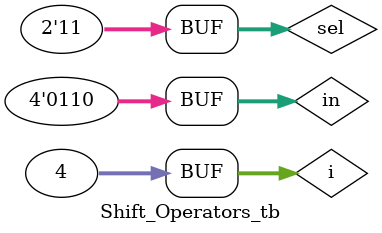
<source format=v>
module Shift_Operators( in, sel,out);
 input [3:0] in; 
 input [1:0] sel;
 output reg [3:0] out; 
 wire [3:0] in; 
 wire [1:0] sel; 
 
 always @(in or sel)
 begin 
 case (sel) 
   2'b00 : out = in <<1 ; //Logical left shift 
   2'b01 : out = in >>1 ; //Logical left shift 
   2'b10 : out = in <<<1 ; //Arithematic Left Shift 
   2'b11 : out = in >>>1 ; //Arithematic right shift
  default : out = 4'b0000; 
  endcase 
  end 
endmodule

module Shift_Operators_tb(); 

 reg [3:0] in; 
 reg [1:0] sel; 
 reg [3:0] out; 
 integer i ; 
 Shift_Operators dut(.in(in), .sel(sel), .out(out));
 
 initial 
 begin 
 {in } = 1'b0; 
  #2;
 {in } = 4'b0110;
end

initial 
begin 
for(i=0; i< 4; i=i+1)
begin
sel = i;
#5; 
end
end

endmodule
 
  
</source>
